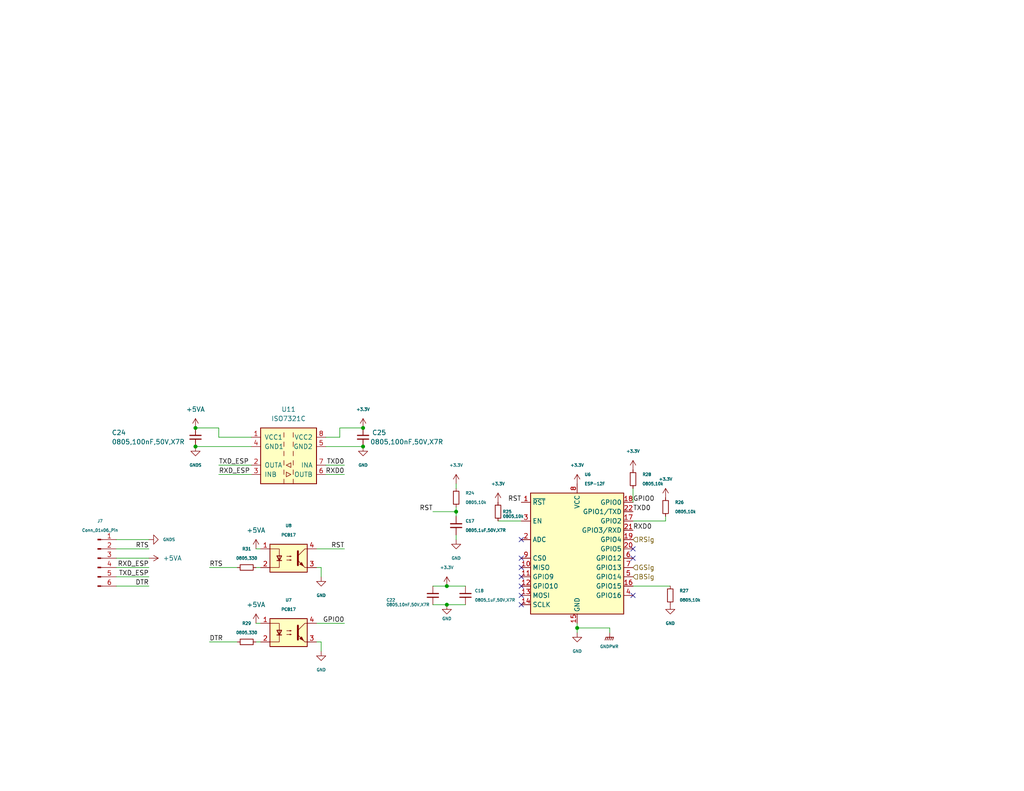
<source format=kicad_sch>
(kicad_sch (version 20230121) (generator eeschema)
  (paper "USLetter")
  (title_block (date "2023-12-18") (rev "A01"))
  (lib_symbols
    (symbol "Connector:Conn_01x06_Pin" (pin_names (offset 1.016) hide)
      (property "Reference" "J" (at 0 7.62 0))
      (property "Value" "Conn_01x06_Pin" (at 0 -10.16 0))
      (symbol "Conn_01x06_Pin_1_1"
        (polyline (pts (xy 1.27 -7.62) (xy 0.8636 -7.62)) (stroke (width 0.1524)))
        (polyline (pts (xy 1.27 -5.08) (xy 0.8636 -5.08)) (stroke (width 0.1524)))
        (polyline (pts (xy 1.27 -2.54) (xy 0.8636 -2.54)) (stroke (width 0.1524)))
        (polyline (pts (xy 1.27 0) (xy 0.8636 0)) (stroke (width 0.1524)))
        (polyline (pts (xy 1.27 2.54) (xy 0.8636 2.54)) (stroke (width 0.1524)))
        (polyline (pts (xy 1.27 5.08) (xy 0.8636 5.08)) (stroke (width 0.1524)))
        (rectangle (start 0.8636 -7.493) (end 0 -7.747) (stroke (width 0.1524)) (fill (type outline)))
        (rectangle (start 0.8636 -4.953) (end 0 -5.207) (stroke (width 0.1524)) (fill (type outline)))
        (rectangle (start 0.8636 -2.413) (end 0 -2.667) (stroke (width 0.1524)) (fill (type outline)))
        (rectangle (start 0.8636 0.127) (end 0 -0.127) (stroke (width 0.1524)) (fill (type outline)))
        (rectangle (start 0.8636 2.667) (end 0 2.413) (stroke (width 0.1524)) (fill (type outline)))
        (rectangle (start 0.8636 5.207) (end 0 4.953) (stroke (width 0.1524)) (fill (type outline)))
        (pin passive line (at 5.08 5.08 180) (length 3.81) (name "Pin_1") (number "1"))
        (pin passive line (at 5.08 2.54 180) (length 3.81) (name "Pin_2") (number "2"))
        (pin passive line (at 5.08 0 180) (length 3.81) (name "Pin_3") (number "3"))
        (pin passive line (at 5.08 -2.54 180) (length 3.81) (name "Pin_4") (number "4"))
        (pin passive line (at 5.08 -5.08 180) (length 3.81) (name "Pin_5") (number "5"))
        (pin passive line (at 5.08 -7.62 180) (length 3.81) (name "Pin_6") (number "6"))
      )
    )
    (symbol "Isolator:ISO7321C" (pin_names (offset 1.016))
      (property "Reference" "U" (at 0 10.795 0))
      (property "Value" "ISO7321C" (at 0 8.89 0))
      (symbol "ISO7321C_0_1"
        (rectangle (start -7.62 7.62) (end 7.62 -7.62) (stroke (width 0.254)) (fill (type background)))
        (polyline (pts (xy -1.27 -6.35) (xy -1.27 -7.62)))
        (polyline (pts (xy -1.27 -3.81) (xy -1.27 -5.08)))
        (polyline (pts (xy -1.27 -1.27) (xy -1.27 -2.54)))
        (polyline (pts (xy -1.27 1.27) (xy -1.27 0)))
        (polyline (pts (xy -1.27 3.81) (xy -1.27 2.54)))
        (polyline (pts (xy -1.27 6.35) (xy -1.27 5.08)))
        (polyline (pts (xy 1.27 -6.35) (xy 1.27 -7.62)))
        (polyline (pts (xy 1.27 -3.81) (xy 1.27 -5.08)))
        (polyline (pts (xy 1.27 -1.27) (xy 1.27 -2.54)))
        (polyline (pts (xy 1.27 1.27) (xy 1.27 0)))
        (polyline (pts (xy 1.27 3.81) (xy 1.27 2.54)))
        (polyline (pts (xy 1.27 6.35) (xy 1.27 5.08)))
        (polyline (pts (xy -0.635 -4.445) (xy -0.635 -5.715) (xy 0.635 -5.08) (xy -0.635 -4.445)))
        (polyline (pts (xy -0.635 -2.54) (xy 0.635 -1.905) (xy 0.635 -3.175) (xy -0.635 -2.54)))
      )
      (symbol "ISO7321C_1_1"
        (pin power_in line (at -10.16 5.08 0) (length 2.54) (name "VCC1") (number "1"))
        (pin output line (at -10.16 -2.54 0) (length 2.54) (name "OUTA") (number "2"))
        (pin input line (at -10.16 -5.08 0) (length 2.54) (name "INB") (number "3"))
        (pin power_in line (at -10.16 2.54 0) (length 2.54) (name "GND1") (number "4"))
        (pin power_in line (at 10.16 2.54 180) (length 2.54) (name "GND2") (number "5"))
        (pin output line (at 10.16 -5.08 180) (length 2.54) (name "OUTB") (number "6"))
        (pin input line (at 10.16 -2.54 180) (length 2.54) (name "INA") (number "7"))
        (pin power_in line (at 10.16 5.08 180) (length 2.54) (name "VCC2") (number "8"))
      )
    )
    (symbol "Isolator:PC817" (pin_names (offset 1.016))
      (property "Reference" "U" (at -5.08 5.08 0))
      (property "Value" "PC817" (at 0 5.08 0))
      (symbol "PC817_0_1"
        (rectangle (start -5.08 3.81) (end 5.08 -3.81) (stroke (width 0.254)) (fill (type background)))
        (polyline (pts (xy -3.175 -0.635) (xy -1.905 -0.635)) (stroke (width 0.254)))
        (polyline (pts (xy 2.54 0.635) (xy 4.445 2.54)))
        (polyline (pts (xy 4.445 -2.54) (xy 2.54 -0.635)) (fill (type outline)))
        (polyline (pts (xy 4.445 -2.54) (xy 5.08 -2.54)))
        (polyline (pts (xy 4.445 2.54) (xy 5.08 2.54)))
        (polyline (pts (xy -5.08 2.54) (xy -2.54 2.54) (xy -2.54 -0.635)))
        (polyline (pts (xy -2.54 -0.635) (xy -2.54 -2.54) (xy -5.08 -2.54)))
        (polyline (pts (xy 2.54 1.905) (xy 2.54 -1.905) (xy 2.54 -1.905)) (stroke (width 0.508)))
        (polyline (pts (xy -2.54 -0.635) (xy -3.175 0.635) (xy -1.905 0.635) (xy -2.54 -0.635)) (stroke (width 0.254)))
        (polyline (pts (xy -0.508 -0.508) (xy 0.762 -0.508) (xy 0.381 -0.635) (xy 0.381 -0.381) (xy 0.762 -0.508)))
        (polyline (pts (xy -0.508 0.508) (xy 0.762 0.508) (xy 0.381 0.381) (xy 0.381 0.635) (xy 0.762 0.508)))
        (polyline (pts (xy 3.048 -1.651) (xy 3.556 -1.143) (xy 4.064 -2.159) (xy 3.048 -1.651) (xy 3.048 -1.651)) (fill (type outline)))
      )
      (symbol "PC817_1_1"
        (pin passive line (at -7.62 2.54 0) (length 2.54) (name "~") (number "1"))
        (pin passive line (at -7.62 -2.54 0) (length 2.54) (name "~") (number "2"))
        (pin passive line (at 7.62 -2.54 180) (length 2.54) (name "~") (number "3"))
        (pin passive line (at 7.62 2.54 180) (length 2.54) (name "~") (number "4"))
      )
    )
    (symbol "RF_Module:ESP-12F"
      (property "Reference" "U" (at -12.7 19.05 0))
      (property "Value" "ESP-12F" (at 12.7 19.05 0))
      (symbol "ESP-12F_0_1"
        (rectangle (start -12.7 17.78) (end 12.7 -15.24) (stroke (width 0.254)) (fill (type background)))
      )
      (symbol "ESP-12F_1_1"
        (pin input line (at -15.24 15.24 0) (length 2.54) (name "~{RST}") (number "1"))
        (pin bidirectional line (at -15.24 -2.54 0) (length 2.54) (name "MISO") (number "10"))
        (pin bidirectional line (at -15.24 -5.08 0) (length 2.54) (name "GPIO9") (number "11"))
        (pin bidirectional line (at -15.24 -7.62 0) (length 2.54) (name "GPIO10") (number "12"))
        (pin bidirectional line (at -15.24 -10.16 0) (length 2.54) (name "MOSI") (number "13"))
        (pin bidirectional line (at -15.24 -12.7 0) (length 2.54) (name "SCLK") (number "14"))
        (pin power_in line (at 0 -17.78 90) (length 2.54) (name "GND") (number "15"))
        (pin bidirectional line (at 15.24 -7.62 180) (length 2.54) (name "GPIO15") (number "16"))
        (pin bidirectional line (at 15.24 10.16 180) (length 2.54) (name "GPIO2") (number "17"))
        (pin bidirectional line (at 15.24 15.24 180) (length 2.54) (name "GPIO0") (number "18"))
        (pin bidirectional line (at 15.24 5.08 180) (length 2.54) (name "GPIO4") (number "19"))
        (pin input line (at -15.24 5.08 0) (length 2.54) (name "ADC") (number "2"))
        (pin bidirectional line (at 15.24 2.54 180) (length 2.54) (name "GPIO5") (number "20"))
        (pin bidirectional line (at 15.24 7.62 180) (length 2.54) (name "GPIO3/RXD") (number "21"))
        (pin bidirectional line (at 15.24 12.7 180) (length 2.54) (name "GPIO1/TXD") (number "22"))
        (pin input line (at -15.24 10.16 0) (length 2.54) (name "EN") (number "3"))
        (pin bidirectional line (at 15.24 -10.16 180) (length 2.54) (name "GPIO16") (number "4"))
        (pin bidirectional line (at 15.24 -5.08 180) (length 2.54) (name "GPIO14") (number "5"))
        (pin bidirectional line (at 15.24 0 180) (length 2.54) (name "GPIO12") (number "6"))
        (pin bidirectional line (at 15.24 -2.54 180) (length 2.54) (name "GPIO13") (number "7"))
        (pin power_in line (at 0 20.32 270) (length 2.54) (name "VCC") (number "8"))
        (pin input line (at -15.24 0 0) (length 2.54) (name "CS0") (number "9"))
      )
    )
    (symbol "jlcpcb-basic-capacitor:0805,100nF,50V,X7R "
      (property "Reference" "C" (at 1.71 0.508 0))
      (property "Value" "0805,100nF,50V,X7R " (at 1.71 -1.016 0))
      (symbol "0805,100nF,50V,X7R _0_0"
        (polyline (pts (xy -1.524 -0.508) (xy 1.524 -0.508)) (stroke (width 0.3048)))
        (polyline (pts (xy -1.524 0.508) (xy 1.524 0.508)) (stroke (width 0.3048)))
        (pin passive line (at 0 2.54 270) (length 2.032) (name "~") (number "1"))
        (pin passive line (at 0 -2.54 90) (length 2.032) (name "~") (number "2"))
      )
    )
    (symbol "jlcpcb-basic-capacitor:0805,10nF,50V,X7R "
      (property "Reference" "C" (at 1.71 0.508 0))
      (property "Value" "0805,10nF,50V,X7R " (at 1.71 -1.016 0))
      (symbol "0805,10nF,50V,X7R _0_0"
        (polyline (pts (xy -1.524 -0.508) (xy 1.524 -0.508)) (stroke (width 0.3048)))
        (polyline (pts (xy -1.524 0.508) (xy 1.524 0.508)) (stroke (width 0.3048)))
        (pin passive line (at 0 2.54 270) (length 2.032) (name "~") (number "1"))
        (pin passive line (at 0 -2.54 90) (length 2.032) (name "~") (number "2"))
      )
    )
    (symbol "jlcpcb-basic-capacitor:0805,1uF,50V,X7R "
      (property "Reference" "C" (at 1.71 0.508 0))
      (property "Value" "0805,1uF,50V,X7R " (at 1.71 -1.016 0))
      (symbol "0805,1uF,50V,X7R _0_0"
        (polyline (pts (xy -1.524 -0.508) (xy 1.524 -0.508)) (stroke (width 0.3048)))
        (polyline (pts (xy -1.524 0.508) (xy 1.524 0.508)) (stroke (width 0.3048)))
        (pin passive line (at 0 2.54 270) (length 2.032) (name "~") (number "1"))
        (pin passive line (at 0 -2.54 90) (length 2.032) (name "~") (number "2"))
      )
    )
    (symbol "jlcpcb-basic-resistor:0805,10k"
      (property "Reference" "R" (at 0.762 0.508 0))
      (property "Value" "0805,10k" (at 0.762 -1.016 0))
      (symbol "0805,10k_0_0"
        (rectangle (start -0.762 1.778) (end 0.762 -1.778) (stroke (width 0.2032)))
        (pin passive line (at 0 2.54 270) (length 0.762) (name "~") (number "1"))
        (pin passive line (at 0 -2.54 90) (length 0.762) (name "~") (number "2"))
      )
    )
    (symbol "jlcpcb-basic-resistor:0805,330"
      (property "Reference" "R" (at 0.762 0.508 0))
      (property "Value" "0805,330" (at 0.762 -1.016 0))
      (symbol "0805,330_0_0"
        (rectangle (start -0.762 1.778) (end 0.762 -1.778) (stroke (width 0.2032)))
        (pin passive line (at 0 2.54 270) (length 0.762) (name "~") (number "1"))
        (pin passive line (at 0 -2.54 90) (length 0.762) (name "~") (number "2"))
      )
    )
    (symbol "power:+3.3V" (power) (pin_names (offset 0))
      (property "Value" "+3.3V" (at 0 3.556 0))
      (symbol "+3.3V_0_1"
        (polyline (pts (xy -0.762 1.27) (xy 0 2.54)))
        (polyline (pts (xy 0 0) (xy 0 2.54)))
        (polyline (pts (xy 0 2.54) (xy 0.762 1.27)))
      )
      (symbol "+3.3V_1_1"
        (pin power_in line (at 0 0 90) (length 0) hide (name "+3.3V") (number "1"))
      )
    )
    (symbol "power:+5VA" (power) (pin_names (offset 0))
      (property "Value" "+5VA" (at 0 3.556 0))
      (symbol "+5VA_0_1"
        (polyline (pts (xy -0.762 1.27) (xy 0 2.54)))
        (polyline (pts (xy 0 0) (xy 0 2.54)))
        (polyline (pts (xy 0 2.54) (xy 0.762 1.27)))
      )
      (symbol "+5VA_1_1"
        (pin power_in line (at 0 0 90) (length 0) hide (name "+5VA") (number "1"))
      )
    )
    (symbol "power:GND" (power) (pin_names (offset 0))
      (property "Value" "GND" (at 0 -3.81 0))
      (symbol "GND_0_1"
        (polyline (pts (xy 0 0) (xy 0 -1.27) (xy 1.27 -1.27) (xy 0 -2.54) (xy -1.27 -1.27) (xy 0 -1.27)))
      )
      (symbol "GND_1_1"
        (pin power_in line (at 0 0 270) (length 0) hide (name "GND") (number "1"))
      )
    )
    (symbol "power:GNDPWR" (power) (pin_names (offset 0))
      (property "Value" "GNDPWR" (at 0 -3.302 0))
      (symbol "GNDPWR_0_1"
        (polyline (pts (xy 0 -1.27) (xy 0 0)))
        (polyline (pts (xy -1.016 -1.27) (xy -1.27 -2.032) (xy -1.27 -2.032)) (stroke (width 0.2032)))
        (polyline (pts (xy -0.508 -1.27) (xy -0.762 -2.032) (xy -0.762 -2.032)) (stroke (width 0.2032)))
        (polyline (pts (xy 0 -1.27) (xy -0.254 -2.032) (xy -0.254 -2.032)) (stroke (width 0.2032)))
        (polyline (pts (xy 0.508 -1.27) (xy 0.254 -2.032) (xy 0.254 -2.032)) (stroke (width 0.2032)))
        (polyline (pts (xy 1.016 -1.27) (xy -1.016 -1.27) (xy -1.016 -1.27)) (stroke (width 0.2032)))
        (polyline (pts (xy 1.016 -1.27) (xy 0.762 -2.032) (xy 0.762 -2.032) (xy 0.762 -2.032)) (stroke (width 0.2032)))
      )
      (symbol "GNDPWR_1_1"
        (pin power_in line (at 0 0 270) (length 0) hide (name "GNDPWR") (number "1"))
      )
    )
    (symbol "power:GNDS" (power) (pin_names (offset 0))
      (property "Value" "GNDS" (at 0 -3.81 0))
      (symbol "GNDS_0_1"
        (polyline (pts (xy 0 0) (xy 0 -1.27) (xy 1.27 -1.27) (xy 0 -2.54) (xy -1.27 -1.27) (xy 0 -1.27)))
      )
      (symbol "GNDS_1_1"
        (pin power_in line (at 0 0 270) (length 0) hide (name "GNDS") (number "1"))
      )
    )
  )
  (junction (at 157.48 171.45))
  (junction (at 121.92 165.1))
  (junction (at 99.06 121.92))
  (junction (at 121.92 160.02))
  (junction (at 99.06 116.84))
  (junction (at 53.34 116.84))
  (junction (at 124.46 139.7))
  (junction (at 53.34 121.92))
  (no_connect (at 142.24 152.4))
  (no_connect (at 172.72 152.4))
  (no_connect (at 142.24 154.94))
  (no_connect (at 142.24 160.02))
  (no_connect (at 142.24 162.56))
  (no_connect (at 142.24 157.48))
  (no_connect (at 172.72 162.56))
  (no_connect (at 142.24 165.1))
  (no_connect (at 142.24 147.32))
  (no_connect (at 172.72 149.86))
  (wire (pts (xy 53.34 116.84) (xy 59.69 116.84)))
  (wire (pts (xy 166.37 171.45) (xy 166.37 172.72)))
  (wire (pts (xy 31.75 157.48) (xy 40.64 157.48)))
  (wire (pts (xy 118.11 165.1) (xy 121.92 165.1)))
  (wire (pts (xy 69.85 149.86) (xy 71.12 149.86)))
  (wire (pts (xy 53.34 121.92) (xy 68.58 121.92)))
  (wire (pts (xy 166.37 171.45) (xy 157.48 171.45)))
  (wire (pts (xy 135.89 142.24) (xy 142.24 142.24)))
  (wire (pts (xy 172.72 133.35) (xy 172.72 137.16)))
  (wire (pts (xy 40.64 147.32) (xy 31.75 147.32)))
  (wire (pts (xy 59.69 127) (xy 68.58 127)))
  (wire (pts (xy 87.63 154.94) (xy 87.63 157.48)))
  (wire (pts (xy 172.72 142.24) (xy 181.61 142.24)))
  (wire (pts (xy 121.92 165.1) (xy 127 165.1)))
  (wire (pts (xy 172.72 160.02) (xy 182.88 160.02)))
  (wire (pts (xy 124.46 140.97) (xy 124.46 139.7)))
  (wire (pts (xy 69.85 170.18) (xy 71.12 170.18)))
  (wire (pts (xy 40.64 154.94) (xy 31.75 154.94)))
  (wire (pts (xy 69.85 175.26) (xy 71.12 175.26)))
  (wire (pts (xy 31.75 152.4) (xy 40.64 152.4)))
  (wire (pts (xy 59.69 119.38) (xy 68.58 119.38)))
  (wire (pts (xy 118.11 139.7) (xy 124.46 139.7)))
  (wire (pts (xy 31.75 149.86) (xy 40.64 149.86)))
  (wire (pts (xy 124.46 138.43) (xy 124.46 139.7)))
  (wire (pts (xy 121.92 160.02) (xy 127 160.02)))
  (wire (pts (xy 59.69 116.84) (xy 59.69 119.38)))
  (wire (pts (xy 88.9 119.38) (xy 92.71 119.38)))
  (wire (pts (xy 181.61 142.24) (xy 181.61 140.97)))
  (wire (pts (xy 157.48 172.72) (xy 157.48 171.45)))
  (wire (pts (xy 92.71 119.38) (xy 92.71 116.84)))
  (wire (pts (xy 121.92 160.02) (xy 118.11 160.02)))
  (wire (pts (xy 124.46 146.05) (xy 124.46 147.32)))
  (wire (pts (xy 88.9 127) (xy 93.98 127)))
  (wire (pts (xy 87.63 175.26) (xy 86.36 175.26)))
  (wire (pts (xy 57.15 154.94) (xy 64.77 154.94)))
  (wire (pts (xy 124.46 132.08) (xy 124.46 133.35)))
  (wire (pts (xy 88.9 121.92) (xy 99.06 121.92)))
  (wire (pts (xy 157.48 171.45) (xy 157.48 170.18)))
  (wire (pts (xy 69.85 154.94) (xy 71.12 154.94)))
  (wire (pts (xy 59.69 129.54) (xy 68.58 129.54)))
  (wire (pts (xy 99.06 116.84) (xy 92.71 116.84)))
  (wire (pts (xy 93.98 149.86) (xy 86.36 149.86)))
  (wire (pts (xy 87.63 175.26) (xy 87.63 177.8)))
  (wire (pts (xy 88.9 129.54) (xy 93.98 129.54)))
  (wire (pts (xy 87.63 154.94) (xy 86.36 154.94)))
  (wire (pts (xy 57.15 175.26) (xy 64.77 175.26)))
  (wire (pts (xy 93.98 170.18) (xy 86.36 170.18)))
  (wire (pts (xy 40.64 160.02) (xy 31.75 160.02)))
  (label "GPIO0" (at 172.72 137.16 0))
  (label "TXD_ESP" (at 40.64 157.48 180))
  (label "RST" (at 93.98 149.86 180))
  (label "RXD0" (at 93.98 129.54 180))
  (label "RST" (at 118.11 139.7 180))
  (label "DTR" (at 40.64 160.02 180))
  (label "RTS" (at 40.64 149.86 180))
  (label "RXD_ESP" (at 40.64 154.94 180))
  (label "RXD0" (at 172.72 144.78 0))
  (label "RTS" (at 57.15 154.94 0))
  (label "TXD0" (at 172.72 139.7 0))
  (label "DTR" (at 57.15 175.26 0))
  (label "RXD_ESP" (at 59.69 129.54 0))
  (label "GPIO0" (at 93.98 170.18 180))
  (label "TXD0" (at 93.98 127 180))
  (label "RST" (at 142.24 137.16 180))
  (label "TXD_ESP" (at 59.69 127 0))
  (hierarchical_label "GSig" (shape input) (at 172.72 154.94 0))
  (hierarchical_label "RSig" (shape input) (at 172.72 147.32 0))
  (hierarchical_label "BSig" (shape input) (at 172.72 157.48 0))
  (symbol (lib_id "power:GND") (at 121.92 165.1 0) (unit 1)
    (property "Reference" "#PWR017" (effects hide))
    (property "Value" "GND" (at 121.92 168.91 0) (effects (font (size 0.8 0.8))))
  )
  (symbol (lib_id "Isolator:PC817") (at 78.74 152.4 0) (unit 1)
    (property "Reference" "U8" (at 78.74 143.51 0) (effects (font (size 0.8 0.8))))
    (property "Value" "PC817" (at 78.74 146.05 0) (effects (font (size 0.8 0.8))))
    (property "Footprint" "Package_DIP:DIP-4_W7.62mm" (effects hide))
    (property "Datasheet" "http://www.soselectronic.cz/a_info/resource/d/pc817.pdf" (effects hide))
    (property "LCSC" "C347310" (effects hide))
  )
  (symbol (lib_id "power:GNDS") (at 53.34 121.92 0) (unit 1)
    (property "Reference" "#PWR036" (effects hide))
    (property "Value" "GNDS" (at 53.34 127 0) (effects (font (size 0.8 0.8))))
  )
  (symbol (lib_id "power:GND") (at 124.46 147.32 0) (unit 1)
    (property "Reference" "#PWR019" (effects hide))
    (property "Value" "GND" (at 124.46 152.4 0) (effects (font (size 0.8 0.8))))
  )
  (symbol (lib_id "jlcpcb-basic-resistor:0805,10k") (at 135.89 139.7 0) (unit 1)
    (property "Reference" "R25" (at 137.16 139.7 0) (effects (font (size 0.8 0.8)) (justify left)))
    (property "Value" "0805,10k" (at 137.16 140.97 0) (effects (font (size 0.8 0.8)) (justify left)))
    (property "Footprint" "R_0805_2012Metric" (effects hide))
    (property "Datasheet" "https://datasheet.lcsc.com/lcsc/2110251730_UNI-ROYAL-Uniroyal-Elec-0805W8F1002T5E_C17414.pdf" (effects hide))
    (property "LCSC" "C17414" (effects hide))
    (property "MFG" "UNI-ROYAL(Uniroyal Elec)" (effects hide))
    (property "MFGPN" "0805W8F1002T5E" (effects hide))
  )
  (symbol (lib_id "jlcpcb-basic-capacitor:0805,100nF,50V,X7R ") (at 53.34 119.38 180) (unit 1)
    (property "Reference" "C24" (at 30.48 118.11 0) (effects (justify right)))
    (property "Value" "0805,100nF,50V,X7R " (at 30.48 120.65 0) (effects (justify right)))
    (property "Footprint" "C_0805_2012Metric" (effects hide))
    (property "Datasheet" "https://datasheet.lcsc.com/lcsc/1810101813_YAGEO-CC0805KRX7R9BB104_C49678.pdf" (effects hide))
    (property "LCSC" "C49678" (effects hide))
    (property "MFG" "YAGEO" (effects hide))
    (property "MFGPN" "CC0805KRX7R9BB104" (effects hide))
  )
  (symbol (lib_id "power:+3.3V") (at 157.48 132.08 0) (unit 1)
    (property "Reference" "#PWR021" (effects hide))
    (property "Value" "+3.3V" (at 157.48 127 0) (effects (font (size 0.8 0.8))))
  )
  (symbol (lib_id "Connector:Conn_01x06_Pin") (at 26.67 152.4 0) (unit 1)
    (property "Reference" "J7" (at 27.305 142.24 0) (effects (font (size 0.8 0.8))))
    (property "Value" "Conn_01x06_Pin" (at 27.305 144.78 0) (effects (font (size 0.8 0.8))))
    (property "Footprint" "Connector_PinHeader_2.54mm:PinHeader_1x06_P2.54mm_Horizontal" (effects hide))
  )
  (symbol (lib_id "power:+5VA") (at 53.34 116.84 0) (unit 1)
    (property "Reference" "#PWR029" (effects hide))
    (property "Value" "+5VA" (at 53.34 111.76 0))
  )
  (symbol (lib_id "power:GND") (at 157.48 172.72 0) (unit 1)
    (property "Reference" "#PWR022" (effects hide))
    (property "Value" "GND" (at 157.48 177.8 0) (effects (font (size 0.8 0.8))))
  )
  (symbol (lib_id "power:+5VA") (at 69.85 149.86 0) (unit 1)
    (property "Reference" "#PWR031" (effects hide))
    (property "Value" "+5VA" (at 69.85 144.78 0))
  )
  (symbol (lib_id "power:+5VA") (at 69.85 170.18 0) (unit 1)
    (property "Reference" "#PWR030" (effects hide))
    (property "Value" "+5VA" (at 69.85 165.1 0))
  )
  (symbol (lib_id "jlcpcb-basic-resistor:0805,10k") (at 124.46 135.89 0) (unit 1)
    (property "Reference" "R24" (at 127 134.62 0) (effects (font (size 0.8 0.8)) (justify left)))
    (property "Value" "0805,10k" (at 127 137.16 0) (effects (font (size 0.8 0.8)) (justify left)))
    (property "Footprint" "R_0805_2012Metric" (effects hide))
    (property "Datasheet" "https://datasheet.lcsc.com/lcsc/2110251730_UNI-ROYAL-Uniroyal-Elec-0805W8F1002T5E_C17414.pdf" (effects hide))
    (property "LCSC" "C17414" (effects hide))
    (property "MFG" "UNI-ROYAL(Uniroyal Elec)" (effects hide))
    (property "MFGPN" "0805W8F1002T5E" (effects hide))
  )
  (symbol (lib_id "power:+3.3V") (at 121.92 160.02 0) (unit 1)
    (property "Reference" "#PWR015" (effects hide))
    (property "Value" "+3.3V" (at 121.92 154.94 0) (effects (font (size 0.8 0.8))))
  )
  (symbol (lib_id "power:GND") (at 99.06 121.92 0) (unit 1)
    (property "Reference" "#PWR037" (effects hide))
    (property "Value" "GND" (at 99.06 127 0) (effects (font (size 0.8 0.8))))
  )
  (symbol (lib_id "power:GNDS") (at 40.64 147.32 90) (unit 1)
    (property "Reference" "#PWR028" (effects hide))
    (property "Value" "GNDS" (at 44.45 147.32 90) (effects (font (size 0.8 0.8)) (justify right)))
  )
  (symbol (lib_id "RF_Module:ESP-12F") (at 157.48 152.4 0) (unit 1)
    (property "Reference" "U6" (at 159.4994 129.54 0) (effects (font (size 0.8 0.8)) (justify left)))
    (property "Value" "ESP-12F" (at 159.4994 132.08 0) (effects (font (size 0.8 0.8)) (justify left)))
    (property "Footprint" "RF_Module:ESP-12E" (effects hide))
    (property "Datasheet" "http://wiki.ai-thinker.com/_media/esp8266/esp8266_series_modules_user_manual_v1.1.pdf" (effects hide))
  )
  (symbol (lib_id "jlcpcb-basic-resistor:0805,10k") (at 182.88 162.56 0) (unit 1)
    (property "Reference" "R27" (at 185.42 161.29 0) (effects (font (size 0.8 0.8)) (justify left)))
    (property "Value" "0805,10k" (at 185.42 163.83 0) (effects (font (size 0.8 0.8)) (justify left)))
    (property "Footprint" "R_0805_2012Metric" (effects hide))
    (property "Datasheet" "https://datasheet.lcsc.com/lcsc/2110251730_UNI-ROYAL-Uniroyal-Elec-0805W8F1002T5E_C17414.pdf" (effects hide))
    (property "LCSC" "C17414" (effects hide))
    (property "MFG" "UNI-ROYAL(Uniroyal Elec)" (effects hide))
    (property "MFGPN" "0805W8F1002T5E" (effects hide))
  )
  (symbol (lib_id "jlcpcb-basic-resistor:0805,10k") (at 172.72 130.81 0) (unit 1)
    (property "Reference" "R28" (at 175.26 129.54 0) (effects (font (size 0.8 0.8)) (justify left)))
    (property "Value" "0805,10k" (at 175.26 132.08 0) (effects (font (size 0.8 0.8)) (justify left)))
    (property "Footprint" "R_0805_2012Metric" (effects hide))
    (property "Datasheet" "https://datasheet.lcsc.com/lcsc/2110251730_UNI-ROYAL-Uniroyal-Elec-0805W8F1002T5E_C17414.pdf" (effects hide))
    (property "LCSC" "C17414" (effects hide))
    (property "MFG" "UNI-ROYAL(Uniroyal Elec)" (effects hide))
    (property "MFGPN" "0805W8F1002T5E" (effects hide))
  )
  (symbol (lib_id "jlcpcb-basic-capacitor:0805,1uF,50V,X7R ") (at 124.46 143.51 0) (unit 1)
    (property "Reference" "C17" (at 127 142.24 0) (effects (font (size 0.8 0.8)) (justify left)))
    (property "Value" "0805,1uF,50V,X7R " (at 127 144.78 0) (effects (font (size 0.8 0.8)) (justify left)))
    (property "Footprint" "C_0805_2012Metric" (effects hide))
    (property "Datasheet" "https://datasheet.lcsc.com/lcsc/1810191216_Samsung-Electro-Mechanics-CL21B105KBFNNNE_C28323.pdf" (effects hide))
    (property "LCSC" "C28323" (effects hide))
    (property "MFG" "Samsung Electro-Mechanics" (effects hide))
    (property "MFGPN" "CL21B105KBFNNNE" (effects hide))
  )
  (symbol (lib_id "power:+3.3V") (at 99.06 116.84 0) (unit 1)
    (property "Reference" "#PWR038" (effects hide))
    (property "Value" "+3.3V" (at 99.06 111.76 0) (effects (font (size 0.8 0.8))))
  )
  (symbol (lib_id "jlcpcb-basic-capacitor:0805,1uF,50V,X7R ") (at 127 162.56 0) (unit 1)
    (property "Reference" "C18" (at 129.54 161.29 0) (effects (font (size 0.8 0.8)) (justify left)))
    (property "Value" "0805,1uF,50V,X7R " (at 129.54 163.83 0) (effects (font (size 0.8 0.8)) (justify left)))
    (property "Footprint" "C_0805_2012Metric" (effects hide))
    (property "Datasheet" "https://datasheet.lcsc.com/lcsc/1810191216_Samsung-Electro-Mechanics-CL21B105KBFNNNE_C28323.pdf" (effects hide))
    (property "LCSC" "C28323" (effects hide))
    (property "MFG" "Samsung Electro-Mechanics" (effects hide))
    (property "MFGPN" "CL21B105KBFNNNE" (effects hide))
  )
  (symbol (lib_id "power:GNDPWR") (at 166.37 172.72 0) (unit 1)
    (property "Reference" "#PWR034" (effects hide))
    (property "Value" "GNDPWR" (at 166.243 176.53 0) (effects (font (size 0.8 0.8))))
  )
  (symbol (lib_id "power:+3.3V") (at 135.89 137.16 0) (unit 1)
    (property "Reference" "#PWR020" (effects hide))
    (property "Value" "+3.3V" (at 135.89 132.08 0) (effects (font (size 0.8 0.8))))
  )
  (symbol (lib_id "power:+3.3V") (at 124.46 132.08 0) (unit 1)
    (property "Reference" "#PWR018" (effects hide))
    (property "Value" "+3.3V" (at 124.46 127 0) (effects (font (size 0.8 0.8))))
  )
  (symbol (lib_id "jlcpcb-basic-capacitor:0805,10nF,50V,X7R ") (at 118.11 162.56 0) (unit 1)
    (property "Reference" "C22" (at 105.41 163.83 0) (effects (font (size 0.8 0.8)) (justify left)))
    (property "Value" "0805,10nF,50V,X7R " (at 105.41 165.1 0) (effects (font (size 0.8 0.8)) (justify left)))
    (property "Footprint" "C_0805_2012Metric" (effects hide))
    (property "Datasheet" "https://datasheet.lcsc.com/lcsc/1811151136_Samsung-Electro-Mechanics-CL21B103KBANNNC_C1710.pdf" (effects hide))
    (property "LCSC" "C1710" (effects hide))
    (property "MFG" "Samsung Electro-Mechanics" (effects hide))
    (property "MFGPN" "CL21B103KBANNNC" (effects hide))
  )
  (symbol (lib_id "power:+3.3V") (at 181.61 135.89 0) (unit 1)
    (property "Reference" "#PWR024" (effects hide))
    (property "Value" "+3.3V" (at 181.61 130.81 0) (effects (font (size 0.8 0.8))))
  )
  (symbol (lib_id "Isolator:PC817") (at 78.74 172.72 0) (unit 1)
    (property "Reference" "U7" (at 78.74 163.83 0) (effects (font (size 0.8 0.8))))
    (property "Value" "PC817" (at 78.74 166.37 0) (effects (font (size 0.8 0.8))))
    (property "Footprint" "Package_DIP:DIP-4_W7.62mm" (effects hide))
    (property "Datasheet" "http://www.soselectronic.cz/a_info/resource/d/pc817.pdf" (effects hide))
    (property "LCSC" "C347310" (effects hide))
  )
  (symbol (lib_id "jlcpcb-basic-resistor:0805,330") (at 67.31 175.26 90) (unit 1)
    (property "Reference" "R29" (at 67.31 170.18 90) (effects (font (size 0.8 0.8))))
    (property "Value" "0805,330" (at 67.31 172.72 90) (effects (font (size 0.8 0.8))))
    (property "Footprint" "R_0805_2012Metric" (effects hide))
    (property "Datasheet" "https://datasheet.lcsc.com/lcsc/2110251830_UNI-ROYAL-Uniroyal-Elec-0805W8F3300T5E_C17630.pdf" (effects hide))
    (property "LCSC" "C17630" (effects hide))
    (property "MFG" "UNI-ROYAL(Uniroyal Elec)" (effects hide))
    (property "MFGPN" "0805W8F3300T5E" (effects hide))
  )
  (symbol (lib_id "jlcpcb-basic-resistor:0805,10k") (at 181.61 138.43 0) (unit 1)
    (property "Reference" "R26" (at 184.15 137.16 0) (effects (font (size 0.8 0.8)) (justify left)))
    (property "Value" "0805,10k" (at 184.15 139.7 0) (effects (font (size 0.8 0.8)) (justify left)))
    (property "Footprint" "R_0805_2012Metric" (effects hide))
    (property "Datasheet" "https://datasheet.lcsc.com/lcsc/2110251730_UNI-ROYAL-Uniroyal-Elec-0805W8F1002T5E_C17414.pdf" (effects hide))
    (property "LCSC" "C17414" (effects hide))
    (property "MFG" "UNI-ROYAL(Uniroyal Elec)" (effects hide))
    (property "MFGPN" "0805W8F1002T5E" (effects hide))
  )
  (symbol (lib_id "Isolator:ISO7321C") (at 78.74 124.46 0) (unit 1)
    (property "Reference" "U11" (at 78.74 111.76 0))
    (property "Value" "ISO7321C" (at 78.74 114.3 0))
    (property "Footprint" "Package_SO:SOIC-8_3.9x4.9mm_P1.27mm" (effects hide))
    (property "Datasheet" "http://www.ti.com/general/docs/lit/getliterature.tsp?genericPartNumber=iso7321c&fileType=pdf" (effects hide))
  )
  (symbol (lib_id "jlcpcb-basic-capacitor:0805,100nF,50V,X7R ") (at 99.06 119.38 0) (mirror x) (unit 1)
    (property "Reference" "C25" (at 105.41 118.11 0) (effects (justify right)))
    (property "Value" "0805,100nF,50V,X7R " (at 121.92 120.65 0) (effects (justify right)))
    (property "Footprint" "C_0805_2012Metric" (effects hide))
    (property "Datasheet" "https://datasheet.lcsc.com/lcsc/1810101813_YAGEO-CC0805KRX7R9BB104_C49678.pdf" (effects hide))
    (property "LCSC" "C49678" (effects hide))
    (property "MFG" "YAGEO" (effects hide))
    (property "MFGPN" "CC0805KRX7R9BB104" (effects hide))
  )
  (symbol (lib_id "jlcpcb-basic-resistor:0805,330") (at 67.31 154.94 90) (unit 1)
    (property "Reference" "R31" (at 67.31 149.86 90) (effects (font (size 0.8 0.8))))
    (property "Value" "0805,330" (at 67.31 152.4 90) (effects (font (size 0.8 0.8))))
    (property "Footprint" "R_0805_2012Metric" (effects hide))
    (property "Datasheet" "https://datasheet.lcsc.com/lcsc/2110251830_UNI-ROYAL-Uniroyal-Elec-0805W8F3300T5E_C17630.pdf" (effects hide))
    (property "LCSC" "C17630" (effects hide))
    (property "MFG" "UNI-ROYAL(Uniroyal Elec)" (effects hide))
    (property "MFGPN" "0805W8F3300T5E" (effects hide))
  )
  (symbol (lib_id "power:GND") (at 87.63 177.8 0) (unit 1)
    (property "Reference" "#PWR035" (effects hide))
    (property "Value" "GND" (at 87.63 182.88 0) (effects (font (size 0.8 0.8))))
  )
  (symbol (lib_id "power:GND") (at 87.63 157.48 0) (unit 1)
    (property "Reference" "#PWR032" (effects hide))
    (property "Value" "GND" (at 87.63 162.56 0) (effects (font (size 0.8 0.8))))
  )
  (symbol (lib_id "power:GND") (at 182.88 165.1 0) (unit 1)
    (property "Reference" "#PWR025" (effects hide))
    (property "Value" "GND" (at 182.88 170.18 0) (effects (font (size 0.8 0.8))))
  )
  (symbol (lib_id "power:+5VA") (at 40.64 152.4 270) (unit 1)
    (property "Reference" "#PWR033" (effects hide))
    (property "Value" "+5VA" (at 44.45 152.4 90) (effects (justify left)))
  )
  (symbol (lib_id "power:+3.3V") (at 172.72 128.27 0) (unit 1)
    (property "Reference" "#PWR023" (effects hide))
    (property "Value" "+3.3V" (at 172.72 123.19 0) (effects (font (size 0.8 0.8))))
  )
)
</source>
